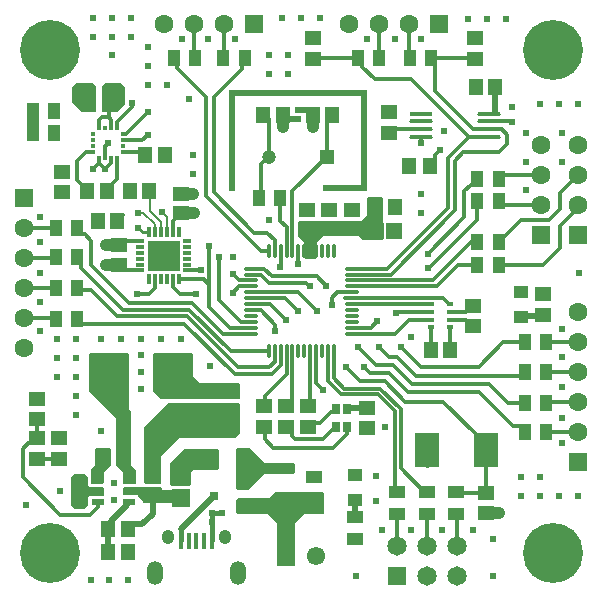
<source format=gtl>
G04*
G04 #@! TF.GenerationSoftware,Altium Limited,Altium Designer,21.7.1 (17)*
G04*
G04 Layer_Physical_Order=1*
G04 Layer_Color=255*
%FSLAX42Y42*%
%MOMM*%
G71*
G04*
G04 #@! TF.SameCoordinates,023FFD1A-8B7E-49EE-8FAD-F7FEFAD85E63*
G04*
G04*
G04 #@! TF.FilePolarity,Positive*
G04*
G01*
G75*
%ADD10C,0.20*%
%ADD13C,0.50*%
%ADD14C,0.30*%
%ADD15C,0.40*%
%ADD16R,0.40X1.35*%
%ADD17R,1.35X1.00*%
%ADD18R,1.96X0.42*%
G04:AMPARAMS|DCode=19|XSize=1.96mm|YSize=0.42mm|CornerRadius=0.21mm|HoleSize=0mm|Usage=FLASHONLY|Rotation=0.000|XOffset=0mm|YOffset=0mm|HoleType=Round|Shape=RoundedRectangle|*
%AMROUNDEDRECTD19*
21,1,1.96,0.00,0,0,0.0*
21,1,1.53,0.42,0,0,0.0*
1,1,0.42,0.77,0.00*
1,1,0.42,-0.77,0.00*
1,1,0.42,-0.77,0.00*
1,1,0.42,0.77,0.00*
%
%ADD19ROUNDEDRECTD19*%
%ADD20R,1.00X1.35*%
%ADD21R,1.40X1.25*%
%ADD22R,0.80X0.80*%
%ADD23R,0.80X0.35*%
%ADD24R,0.35X0.85*%
%ADD25R,2.70X2.60*%
%ADD26R,1.25X1.40*%
%ADD27R,0.30X0.45*%
%ADD28R,0.45X0.30*%
%ADD29R,1.35X1.15*%
%ADD30R,0.50X0.35*%
%ADD31R,3.20X3.10*%
%ADD32R,0.91X1.22*%
%ADD33R,1.20X1.10*%
%ADD34R,0.65X0.85*%
%ADD35R,2.00X3.00*%
%ADD36R,1.22X0.91*%
%ADD37O,0.30X1.20*%
%ADD38O,1.20X0.30*%
%ADD39R,1.00X0.60*%
%ADD40R,1.56X1.55*%
%ADD41R,1.15X1.35*%
%ADD42R,1.00X1.80*%
%ADD43R,1.35X1.46*%
%ADD78C,1.00*%
%ADD79C,1.10*%
%ADD80C,0.25*%
%ADD81C,5.08*%
%ADD82O,1.35X2.00*%
%ADD83O,1.05X1.25*%
%ADD84C,1.60*%
%ADD85R,1.60X1.60*%
%ADD86R,1.20X1.20*%
%ADD87C,1.20*%
%ADD88R,1.60X1.60*%
%ADD89C,1.55*%
%ADD90R,1.55X1.55*%
%ADD91R,1.65X1.65*%
%ADD92C,1.65*%
%ADD93C,0.61*%
%ADD94C,0.40*%
%ADD95C,0.80*%
%ADD96C,0.50*%
G36*
X3510Y6810D02*
Y6670D01*
X3440Y6600D01*
X3310D01*
Y6820D01*
X3340Y6850D01*
X3470D01*
X3510Y6810D01*
D02*
G37*
G36*
X3260Y6820D02*
Y6600D01*
X3140D01*
X3060Y6680D01*
Y6810D01*
X3100Y6850D01*
X3230D01*
X3260Y6820D01*
D02*
G37*
G36*
X5690Y5870D02*
Y5520D01*
X5520D01*
X5490Y5550D01*
X5180D01*
X5130Y5500D01*
Y5370D01*
X5120Y5360D01*
X5030Y5360D01*
X5020Y5370D01*
Y5500D01*
X4970Y5550D01*
Y5670D01*
X4980Y5680D01*
X5510D01*
X5517Y5687D01*
X5520D01*
Y5690D01*
X5560Y5730D01*
Y5870D01*
X5570Y5880D01*
X5680D01*
X5690Y5870D01*
D02*
G37*
G36*
X4080Y4550D02*
Y4370D01*
X4140Y4310D01*
X4470D01*
X4480Y4300D01*
Y4180D01*
X4470Y4170D01*
X3810D01*
X3740Y4240D01*
Y4550D01*
X3750Y4560D01*
X4070D01*
X4080Y4550D01*
D02*
G37*
G36*
X3390Y3750D02*
Y3610D01*
X3390D01*
X3330Y3550D01*
Y3465D01*
X3320Y3455D01*
X3225D01*
X3220Y3460D01*
Y3580D01*
X3250Y3610D01*
Y3750D01*
X3260Y3760D01*
X3380D01*
X3390Y3750D01*
D02*
G37*
G36*
X4480Y4130D02*
Y3880D01*
X4440Y3840D01*
X3960D01*
X3810Y3690D01*
Y3460D01*
X3800Y3450D01*
X3682D01*
X3671Y3460D01*
X3671Y3931D01*
X3880Y4140D01*
X4470D01*
X4480Y4130D01*
D02*
G37*
G36*
X3540Y4550D02*
X3540Y4090D01*
X3560Y4070D01*
X3560Y3610D01*
X3600Y3570D01*
Y3460D01*
X3590Y3450D01*
X3500D01*
X3490Y3460D01*
Y3550D01*
X3430Y3610D01*
Y4010D01*
X3200Y4240D01*
Y4550D01*
X3210Y4560D01*
X3530D01*
X3540Y4550D01*
D02*
G37*
G36*
X4300Y3740D02*
Y3580D01*
X4290Y3570D01*
X4090D01*
X4070Y3550D01*
X4070Y3450D01*
X4056Y3436D01*
X3904D01*
X3890Y3450D01*
Y3630D01*
X4010Y3750D01*
X4290D01*
X4300Y3740D01*
D02*
G37*
G36*
X4690Y3630D02*
X4940D01*
X4950Y3620D01*
Y3550D01*
X4940Y3540D01*
X4690D01*
X4550Y3400D01*
X4460D01*
X4450Y3410D01*
X4450Y3750D01*
X4460Y3760D01*
X4560D01*
X4690Y3630D01*
D02*
G37*
G36*
X3817Y3412D02*
Y3303D01*
X3808Y3292D01*
X3672D01*
X3662Y3302D01*
Y3308D01*
X3620Y3350D01*
Y3350D01*
X3620D01*
X3615Y3355D01*
X3500D01*
X3490Y3365D01*
X3490Y3415D01*
X3497Y3422D01*
X3808D01*
X3817Y3412D01*
D02*
G37*
G36*
X3160Y3540D02*
X3190Y3510D01*
Y3440D01*
X3200Y3430D01*
Y3430D01*
X3320D01*
X3330Y3420D01*
Y3360D01*
X3320Y3350D01*
X3200D01*
Y3350D01*
X3190Y3340D01*
Y3270D01*
X3160Y3240D01*
X3080D01*
X3050Y3270D01*
Y3510D01*
X3080Y3540D01*
X3160Y3540D01*
D02*
G37*
G36*
X5190Y3370D02*
Y3210D01*
X5180Y3200D01*
X5030D01*
X4950Y3120D01*
X4950Y2760D01*
X4790D01*
Y3120D01*
X4710Y3200D01*
X4460Y3200D01*
X4450Y3210D01*
Y3320D01*
X4460Y3330D01*
X4730D01*
X4780Y3380D01*
X5180Y3380D01*
X5190Y3370D01*
D02*
G37*
D10*
X3620Y5750D02*
X3621Y5749D01*
X3660D01*
X3760Y5650D01*
Y5583D02*
Y5650D01*
X3860Y5583D02*
Y5713D01*
X3822Y5752D02*
X3860Y5713D01*
X3776Y5704D02*
X3810Y5670D01*
X3715Y5765D02*
X3776Y5704D01*
X3715Y5765D02*
Y5922D01*
X3810Y5583D02*
Y5670D01*
D13*
X6640Y6810D02*
X6640Y6810D01*
X6640Y6591D02*
Y6810D01*
X4900Y6540D02*
X4970D01*
X5060Y6620D02*
X5097Y6582D01*
X4970Y6620D02*
X5060D01*
X5097Y6580D02*
Y6582D01*
X5210Y5960D02*
X5370D01*
X5530D01*
Y6120D01*
Y6280D01*
Y6440D01*
Y6600D01*
Y6760D01*
X5370D02*
X5530D01*
X5210D02*
X5370D01*
X5050D02*
X5210D01*
X4890D02*
X5050D01*
X4730D02*
X4890D01*
X4570D02*
X4730D01*
X4410D02*
X4570D01*
X4410Y6600D02*
Y6760D01*
Y6440D02*
Y6600D01*
Y6280D02*
Y6440D01*
Y6120D02*
Y6280D01*
Y5960D02*
Y6120D01*
X7041Y4874D02*
X7050Y4883D01*
X6860Y4865D02*
X6869Y4874D01*
X7041D01*
X3740Y3347D02*
Y3358D01*
X3392Y3102D02*
Y3142D01*
X3520Y3270D02*
Y3290D01*
X3360Y3070D02*
X3392Y3102D01*
Y3142D02*
X3520Y3270D01*
Y3290D02*
X3525Y3295D01*
X3545D01*
X4245Y3335D02*
X4260Y3350D01*
X4040Y3130D02*
X4245Y3335D01*
Y3335D01*
X4260Y3350D02*
X4260D01*
X5383Y4092D02*
X5560D01*
X3740Y3200D02*
Y3347D01*
X3653Y3112D02*
X3740Y3200D01*
X3567Y3112D02*
X3653D01*
X3535Y3080D02*
X3567Y3112D01*
X3535Y3070D02*
Y3080D01*
X3360Y2880D02*
Y3070D01*
X3980Y3070D02*
X4040Y3130D01*
X5458Y3170D02*
Y3320D01*
D14*
Y3530D02*
X5460D01*
X4172Y5188D02*
X4220Y5140D01*
Y5470D01*
Y4950D02*
Y5140D01*
X3960Y5188D02*
X4172D01*
X2970Y6092D02*
Y6092D01*
X3465Y5472D02*
X3503Y5510D01*
X3970Y5060D02*
X4110D01*
X3910Y5120D02*
X3970Y5060D01*
X3440Y6520D02*
X3564Y6644D01*
X3440Y6468D02*
Y6520D01*
X3564Y6644D02*
Y6674D01*
X3570Y6680D01*
X3516Y6415D02*
X3700Y6599D01*
X3492Y6415D02*
X3516D01*
X3655Y6365D02*
X3700Y6410D01*
X3492Y6365D02*
X3655D01*
X6670Y5515D02*
X6705Y5550D01*
X6722D02*
X6862Y5690D01*
X7100D01*
X6705Y5550D02*
X6722D01*
X6670Y5497D02*
Y5515D01*
X6704Y5814D02*
X7030D01*
X6670Y5847D02*
X6704Y5814D01*
X6670Y6038D02*
X6700Y6068D01*
X7030D01*
X6086Y5286D02*
X6490Y5690D01*
Y5847D01*
X6380Y5930D02*
X6435Y5985D01*
X6380Y5710D02*
Y5930D01*
X6468Y5985D02*
X6485Y6003D01*
X6435Y5985D02*
X6468D01*
X6070Y5400D02*
X6380Y5710D01*
X6560Y3372D02*
Y3740D01*
X6475Y3825D02*
Y3875D01*
X5880Y4150D02*
X6200D01*
X6475Y3875D01*
Y3825D02*
X6560Y3740D01*
X5705Y4325D02*
X5880Y4150D01*
X5380Y4440D02*
X5495Y4325D01*
X5705D01*
X5425Y5025D02*
X5780D01*
Y5025D02*
X6200D01*
X5372Y5025D02*
X5425D01*
X6200Y5025D02*
X6250Y4975D01*
X4035Y5260D02*
X4149D01*
X4220Y4950D02*
X4395Y4775D01*
X6097Y4583D02*
X6100Y4585D01*
Y4778D01*
X7050Y5058D02*
X7053Y5060D01*
X4975Y5315D02*
Y5425D01*
X6010Y6340D02*
Y6390D01*
X6100Y7060D02*
X6130Y7030D01*
Y6780D02*
X6450Y6460D01*
X6130Y6780D02*
Y7030D01*
X5515Y6985D02*
X5620Y6880D01*
X5930D02*
X6418Y6392D01*
X5620Y6880D02*
X5930D01*
X4260Y5920D02*
Y6730D01*
X4600Y5580D02*
X4710D01*
X4260Y5920D02*
X4600Y5580D01*
X4260Y6730D02*
X4495Y6965D01*
Y7055D01*
X4500Y7060D01*
X3945Y6975D02*
X4190Y6730D01*
Y5890D02*
X4655Y5425D01*
X4190Y5890D02*
Y6730D01*
X4710Y5580D02*
X4775Y5515D01*
Y5425D02*
Y5515D01*
X4655Y5425D02*
X4725D01*
X3900Y7060D02*
X3945Y7015D01*
Y6975D02*
Y7015D01*
X4090Y7070D02*
Y7350D01*
X4344Y7064D02*
Y7350D01*
X4925Y5425D02*
Y5931D01*
X5214Y6220D01*
X4726D02*
Y6542D01*
X4688Y6580D02*
X4726Y6542D01*
X5280Y4060D02*
X5297Y4078D01*
Y4092D01*
X5250Y4060D02*
X5280D01*
X5155Y3965D02*
X5250Y4060D01*
X4760Y3760D02*
X5264D01*
X5383Y3878D02*
Y3947D01*
X5264Y3760D02*
X5383Y3878D01*
X2760Y3662D02*
X2950D01*
X2950Y3662D01*
X2640Y3510D02*
Y3750D01*
X2960Y3190D02*
X3210D01*
X2640Y3510D02*
X2960Y3190D01*
X3210D02*
X3275Y3255D01*
X2685Y3795D02*
X2717D01*
X2760Y3838D01*
X2640Y3750D02*
X2685Y3795D01*
X3275Y3255D02*
Y3295D01*
X2760Y3838D02*
Y4000D01*
X4300Y5010D02*
Y5370D01*
X4485Y4825D02*
X4575D01*
X4300Y5010D02*
X4485Y4825D01*
X4660Y6162D02*
X4692Y6195D01*
Y6214D01*
X4686Y6220D02*
X4692Y6214D01*
X4640Y5870D02*
X4660Y5890D01*
Y6162D01*
X5214Y6220D02*
Y6571D01*
X5222Y6580D01*
X4638D02*
X4685Y6532D01*
X3315Y6555D02*
X3370D01*
X3290Y6468D02*
Y6530D01*
X3315Y6555D01*
X3390Y6468D02*
Y6535D01*
X3370Y6555D02*
Y6670D01*
Y6555D02*
X3390Y6535D01*
X3100Y6025D02*
Y6190D01*
X3175Y6265D02*
X3238D01*
X3100Y6190D02*
X3175Y6265D01*
X3100Y6025D02*
X3188Y5938D01*
Y5930D02*
Y5938D01*
X3353Y5950D02*
X3365D01*
X3400Y5985D01*
Y5990D02*
X3440Y6030D01*
Y6213D01*
X3400Y5985D02*
Y5990D01*
X3165Y5567D02*
X3220Y5512D01*
Y5303D02*
X3540Y4983D01*
X3220Y5303D02*
Y5512D01*
X3508Y5260D02*
X3635D01*
X3460Y5308D02*
X3508Y5260D01*
X5125Y4305D02*
X5180Y4250D01*
X5125Y4305D02*
Y4575D01*
X5062Y5130D02*
X5070D01*
X4655Y5225D02*
X4730Y5150D01*
X5042D02*
X5062Y5130D01*
X4730Y5150D02*
X5042D01*
X4750Y5210D02*
X5130D01*
X4685Y5275D02*
X4750Y5210D01*
X4575Y5275D02*
X4685D01*
X4825Y5295D02*
Y5425D01*
X4820Y5290D02*
X4825Y5295D01*
X4575Y5225D02*
X4655D01*
X5130Y5210D02*
X5210Y5130D01*
X4575Y5075D02*
X4975D01*
X5130Y4920D01*
X5260Y5030D02*
X5305Y5075D01*
X5260Y4970D02*
Y5030D01*
X5305Y5075D02*
X5425D01*
X3910Y5120D02*
Y5188D01*
X3610Y5060D02*
X3710D01*
X3760Y5110D01*
Y5188D01*
X3240Y6120D02*
X3290Y6170D01*
X3240Y6120D02*
Y6120D01*
X3290Y6170D02*
X3340Y6120D01*
X3390Y6170D02*
Y6213D01*
X3340Y6120D02*
X3390Y6170D01*
X3290Y6170D02*
Y6213D01*
X3655Y6265D02*
X3680Y6240D01*
X3340Y6213D02*
Y6312D01*
X3360Y6332D02*
Y6340D01*
X3340Y6312D02*
X3360Y6332D01*
X3492Y6265D02*
X3655D01*
X3440Y5680D02*
X3442D01*
X3488Y5725D01*
X3910Y5675D02*
X3978Y5742D01*
X3985D01*
X3910Y5583D02*
Y5675D01*
X6710Y4650D02*
X6890D01*
X6010Y4440D02*
X6500D01*
X6710Y4650D01*
X5940Y4300D02*
X6590D01*
X6750Y4140D01*
X6890D01*
X6788Y3942D02*
X6855D01*
X6500Y4230D02*
X6788Y3942D01*
X5900Y4230D02*
X6500D01*
X6855Y3942D02*
X6890Y3908D01*
Y3890D02*
Y3908D01*
X5740Y4530D02*
X5810D01*
X5660Y4610D02*
X5740Y4530D01*
X5630Y4460D02*
X5780D01*
X5940Y4300D01*
X5810Y4530D02*
X5970Y4370D01*
X6860D01*
X5840Y4610D02*
X6010Y4440D01*
X5740Y4390D02*
X5900Y4230D01*
X6860Y4370D02*
X6890Y4400D01*
X5816Y4908D02*
X6100D01*
X5808Y4900D02*
X5816Y4908D01*
X5800Y4900D02*
X5808D01*
X5912Y4842D02*
X6100D01*
X5795Y4725D02*
X5912Y4842D01*
X5425Y4725D02*
X5795D01*
X6779Y6521D02*
X6780Y6520D01*
X6589Y6521D02*
X6779D01*
X6588Y6522D02*
X6589Y6521D01*
X4575Y4925D02*
X4655D01*
X4779Y4751D02*
Y4801D01*
X4655Y4925D02*
X4779Y4801D01*
X4735Y4975D02*
X4870Y4840D01*
X4575Y4975D02*
X4735D01*
X4865Y5025D02*
X4970Y4920D01*
X4575Y5025D02*
X4865D01*
X2911Y4859D02*
X2920Y4850D01*
X2650Y4859D02*
X2911D01*
X2650Y5113D02*
X2917D01*
X2920Y5110D01*
X2917Y5367D02*
X2920Y5370D01*
X2650Y5367D02*
X2917D01*
X2919Y5621D02*
X2920Y5620D01*
X2650Y5621D02*
X2919D01*
X3503Y5510D02*
X3635D01*
X4475Y5175D02*
X4575D01*
X4420Y5230D02*
X4475Y5175D01*
X4475Y5125D02*
X4575D01*
X4420Y5070D02*
X4475Y5125D01*
X4779Y4751D02*
X4780Y4750D01*
X5480Y4610D02*
X5630Y4460D01*
X5530Y4440D02*
X5580Y4390D01*
X5740D01*
X5425Y4775D02*
X5586D01*
X5640Y4829D01*
X5360Y4260D02*
X5670D01*
X5840Y4090D01*
X5275Y4345D02*
X5360Y4260D01*
X5340Y4210D02*
X5650D01*
X5790Y4070D01*
X5225Y4325D02*
X5340Y4210D01*
X6060Y2927D02*
Y3200D01*
X5806Y2927D02*
Y3196D01*
X5810Y3200D01*
X6314Y2927D02*
Y3196D01*
X6310Y3200D02*
X6314Y3196D01*
X6317Y3372D02*
X6560D01*
X6310Y3380D02*
X6317Y3372D01*
X6560D02*
X6560Y3372D01*
X5840Y3583D02*
Y4090D01*
X5790Y3400D02*
Y4070D01*
X5060Y3933D02*
X5092Y3965D01*
X5155D01*
X5297Y3928D02*
Y3947D01*
X5280Y3910D02*
X5297Y3928D01*
X5180Y3830D02*
X5260Y3910D01*
X4950Y3830D02*
X5180D01*
X5260Y3910D02*
X5280D01*
X5840Y3583D02*
X6042Y3380D01*
X5225Y4325D02*
Y4575D01*
X5275Y4345D02*
Y4575D01*
X4690Y3830D02*
X4760Y3760D01*
X4875Y4385D02*
Y4575D01*
X4690Y4200D02*
X4875Y4385D01*
X4690Y4117D02*
Y4200D01*
X5075Y4123D02*
Y4530D01*
X5060Y4108D02*
X5075Y4123D01*
X6260Y4585D02*
X6262Y4583D01*
X6260Y4585D02*
Y4778D01*
X6098Y4975D02*
X6100Y4972D01*
X6443Y4958D02*
X6450D01*
X6392Y4908D02*
X6443Y4958D01*
X6392Y4842D02*
X6443Y4792D01*
X6260Y4842D02*
X6392D01*
X6260Y4908D02*
X6392D01*
X6443Y4792D02*
X6450D01*
X6258Y4975D02*
X6260Y4972D01*
X6250Y4975D02*
X6258D01*
X5430Y4975D02*
X6098D01*
X4435Y4385D02*
X4753D01*
X4825Y4458D01*
Y4575D01*
X4010Y4810D02*
X4435Y4385D01*
X6076Y5286D02*
X6086D01*
X6070Y5280D02*
X6076Y5286D01*
X7100Y5690D02*
X7190Y5780D01*
Y5918D02*
X7340Y6068D01*
X7190Y5780D02*
Y5918D01*
Y5640D02*
X7340Y5790D01*
X7190Y5450D02*
Y5640D01*
X7340Y5790D02*
Y5814D01*
X6670Y5307D02*
X7047D01*
X7190Y5450D01*
X6370Y6260D02*
X6670D01*
X6300Y5770D02*
Y6190D01*
X6370Y6260D01*
X6670D02*
X6740Y6330D01*
Y6410D01*
X5755Y5225D02*
X6300Y5770D01*
X5725Y5275D02*
X6240Y5790D01*
Y6215D02*
X6418Y6392D01*
X6240Y5790D02*
Y6215D01*
X6130Y6183D02*
Y6240D01*
X6170Y6280D01*
X6088Y6140D02*
X6130Y6183D01*
X7071Y4651D02*
X7340D01*
X7073Y4397D02*
X7340D01*
X7073Y4143D02*
X7340D01*
X7071Y3889D02*
X7340D01*
X7070Y3890D02*
X7071Y3889D01*
X7070Y4140D02*
X7073Y4143D01*
X7070Y4400D02*
X7073Y4397D01*
X7070Y4650D02*
X7071Y4651D01*
X5772Y6457D02*
X6012D01*
X5740Y6425D02*
X5772Y6457D01*
X6590Y6455D02*
X6695D01*
X6740Y6410D01*
X5660Y7060D02*
X5660Y7060D01*
Y7350D01*
X5914Y7066D02*
X5920Y7060D01*
X5914Y7066D02*
Y7350D01*
X6100Y7060D02*
X6462D01*
X6470Y7053D01*
X5100D02*
X5108Y7060D01*
X5480D01*
X5515Y7025D01*
Y6985D02*
Y7025D01*
X6450Y6460D02*
X6585D01*
X6590Y6455D01*
X6418Y6392D02*
X6588D01*
X6115Y5175D02*
X6437Y5497D01*
X6490D01*
X5425Y5175D02*
X6115D01*
X5425Y5275D02*
X5725D01*
X6327Y5307D02*
X6490D01*
X6145Y5125D02*
X6327Y5307D01*
X5425Y5125D02*
X6145D01*
X5425Y5225D02*
X5755D01*
X4922Y3858D02*
X4950Y3830D01*
X4880Y3933D02*
X4922Y3890D01*
Y3858D02*
Y3890D01*
X4870Y3933D02*
X4880D01*
X4690Y3830D02*
Y3933D01*
X5075Y4530D02*
Y4575D01*
Y4530D02*
X5075Y4530D01*
X4680Y4108D02*
X4690Y4117D01*
X4870Y4108D02*
X4875Y4113D01*
X4925Y4083D02*
Y4575D01*
X3135Y5567D02*
X3165D01*
X3100Y5603D02*
X3135Y5567D01*
X4395Y4775D02*
X4575D01*
X3540Y4983D02*
X4078D01*
X4335Y4725D01*
X3100Y5110D02*
X3117Y5092D01*
X3217D02*
X3440Y4870D01*
X3117Y5092D02*
X3217D01*
X3440Y4870D02*
X4030D01*
X3133Y5282D02*
X3488Y4928D01*
X3133Y5282D02*
Y5337D01*
X3488Y4928D02*
X4053D01*
X3100Y5370D02*
X3133Y5337D01*
X4335Y4725D02*
X4575D01*
X4053Y4928D02*
X4405Y4575D01*
X4725D01*
X4030Y4870D02*
X4460Y4440D01*
X4730D01*
X3100Y4845D02*
Y4850D01*
Y4845D02*
X3135Y4810D01*
X4010D01*
X4775Y4485D02*
Y4575D01*
X4730Y4440D02*
X4775Y4485D01*
X4070Y7070D02*
X4080Y7060D01*
X4320Y7060D02*
X4324Y7064D01*
X4820Y5680D02*
Y5870D01*
Y5680D02*
X4875Y5625D01*
Y5425D02*
Y5625D01*
X5790Y3400D02*
X5810Y3380D01*
X6042D02*
X6060D01*
D15*
X4244Y3206D02*
X4248Y3210D01*
X4240Y3130D02*
Y3210D01*
Y2977D02*
Y3130D01*
X4248Y3210D02*
X4330D01*
X3980Y2977D02*
Y3070D01*
D16*
X4240Y2967D02*
D03*
X4175D02*
D03*
X4110D02*
D03*
X4045D02*
D03*
X3980D02*
D03*
D17*
X6060Y3200D02*
D03*
Y3380D02*
D03*
X5458Y2990D02*
D03*
Y3170D02*
D03*
X5110Y3510D02*
D03*
Y3330D02*
D03*
X5810Y3380D02*
D03*
Y3200D02*
D03*
X6310Y3380D02*
D03*
Y3200D02*
D03*
D18*
X6012Y6587D02*
D03*
D19*
Y6522D02*
D03*
Y6457D02*
D03*
Y6392D02*
D03*
X6588D02*
D03*
Y6457D02*
D03*
Y6522D02*
D03*
Y6587D02*
D03*
D20*
X4340Y7060D02*
D03*
X4520D02*
D03*
X4100Y7060D02*
D03*
X3920D02*
D03*
X2730Y6420D02*
D03*
X2910D02*
D03*
X2730Y6610D02*
D03*
X2910D02*
D03*
X3100Y5620D02*
D03*
Y5370D02*
D03*
X3100Y5110D02*
D03*
X3100Y4850D02*
D03*
X6890Y4650D02*
D03*
X7070D02*
D03*
X6890Y3890D02*
D03*
X7070D02*
D03*
X6890Y4140D02*
D03*
X7070D02*
D03*
X6890Y4400D02*
D03*
X7070D02*
D03*
X6490Y5847D02*
D03*
X6670D02*
D03*
X6490Y6038D02*
D03*
X6670D02*
D03*
X6490Y5307D02*
D03*
X6670D02*
D03*
X2920Y4850D02*
D03*
X2920Y5110D02*
D03*
X4820Y5870D02*
D03*
X4640D02*
D03*
X6490Y5497D02*
D03*
X6670D02*
D03*
X6100Y7060D02*
D03*
X5920D02*
D03*
X5480D02*
D03*
X5660D02*
D03*
X2920Y5620D02*
D03*
Y5370D02*
D03*
D21*
X3740Y3358D02*
D03*
Y3522D02*
D03*
X2970Y6092D02*
D03*
Y5928D02*
D03*
X6450Y4958D02*
D03*
Y4792D02*
D03*
X3985Y5907D02*
D03*
Y5742D02*
D03*
X3460Y5308D02*
D03*
Y5472D02*
D03*
X4400Y4238D02*
D03*
Y4072D02*
D03*
X4210Y4238D02*
D03*
Y4072D02*
D03*
X5560Y4092D02*
D03*
Y3928D02*
D03*
X5045Y5775D02*
D03*
Y5610D02*
D03*
X5235Y5775D02*
D03*
Y5610D02*
D03*
X5425Y5775D02*
D03*
Y5610D02*
D03*
X6560Y3208D02*
D03*
Y3372D02*
D03*
D22*
X4500Y3255D02*
D03*
Y3445D02*
D03*
X4260Y3350D02*
D03*
D23*
X4035Y5260D02*
D03*
Y5310D02*
D03*
Y5360D02*
D03*
Y5410D02*
D03*
Y5460D02*
D03*
Y5510D02*
D03*
X3635Y5260D02*
D03*
Y5310D02*
D03*
Y5360D02*
D03*
Y5410D02*
D03*
Y5460D02*
D03*
Y5510D02*
D03*
D24*
X3960Y5583D02*
D03*
X3910D02*
D03*
X3860D02*
D03*
X3810D02*
D03*
X3760D02*
D03*
X3710D02*
D03*
X3960Y5188D02*
D03*
X3910D02*
D03*
X3860D02*
D03*
X3810D02*
D03*
X3760D02*
D03*
X3710D02*
D03*
D25*
X3835Y5385D02*
D03*
D26*
X3680Y6240D02*
D03*
X3845D02*
D03*
X3370Y6670D02*
D03*
X3205D02*
D03*
X3188Y5930D02*
D03*
X3353D02*
D03*
X6262Y4583D02*
D03*
X6097D02*
D03*
X3278Y5680D02*
D03*
X3442D02*
D03*
X3547Y5930D02*
D03*
X3712D02*
D03*
X3492Y3680D02*
D03*
X3328D02*
D03*
X5792Y5800D02*
D03*
X5628D02*
D03*
X6475Y6810D02*
D03*
X6640D02*
D03*
X4842Y6580D02*
D03*
X4678D02*
D03*
X5097D02*
D03*
X5262D02*
D03*
D27*
X3440Y6468D02*
D03*
X3390D02*
D03*
X3340D02*
D03*
X3290D02*
D03*
Y6213D02*
D03*
X3340D02*
D03*
X3390D02*
D03*
X3440D02*
D03*
D28*
X3238Y6415D02*
D03*
Y6365D02*
D03*
Y6315D02*
D03*
Y6265D02*
D03*
X3492D02*
D03*
Y6315D02*
D03*
Y6365D02*
D03*
Y6415D02*
D03*
D29*
X2950Y3662D02*
D03*
Y3838D02*
D03*
X2760Y4000D02*
D03*
Y4175D02*
D03*
Y3662D02*
D03*
Y3838D02*
D03*
X6470Y7053D02*
D03*
Y7228D02*
D03*
X5100Y7053D02*
D03*
Y7228D02*
D03*
X5060Y3933D02*
D03*
Y4108D02*
D03*
X4870Y3933D02*
D03*
Y4108D02*
D03*
X4680Y3933D02*
D03*
Y4108D02*
D03*
X7050Y5058D02*
D03*
Y4883D02*
D03*
X5740Y6425D02*
D03*
Y6600D02*
D03*
D30*
X6100Y4778D02*
D03*
Y4842D02*
D03*
Y4908D02*
D03*
Y4972D02*
D03*
X6260D02*
D03*
Y4908D02*
D03*
Y4842D02*
D03*
Y4778D02*
D03*
D31*
X3910Y4400D02*
D03*
X3370D02*
D03*
D32*
X3814Y3900D02*
D03*
X3486D02*
D03*
D33*
X5458Y3530D02*
D03*
Y3320D02*
D03*
X6860Y5075D02*
D03*
Y4865D02*
D03*
D34*
X5297Y4083D02*
D03*
X5383D02*
D03*
X5297Y3938D02*
D03*
X5383D02*
D03*
D35*
X6060Y3740D02*
D03*
X6560D02*
D03*
D36*
X4880Y3256D02*
D03*
Y3584D02*
D03*
D37*
X5275Y5425D02*
D03*
X5225D02*
D03*
X5175D02*
D03*
X5125D02*
D03*
X5075D02*
D03*
X5025D02*
D03*
X4975D02*
D03*
X4925D02*
D03*
X4875D02*
D03*
X4825D02*
D03*
X4775D02*
D03*
X4725D02*
D03*
Y4575D02*
D03*
X4775D02*
D03*
X4825D02*
D03*
X4875D02*
D03*
X4925D02*
D03*
X4975D02*
D03*
X5025D02*
D03*
X5075D02*
D03*
X5125D02*
D03*
X5175D02*
D03*
X5225D02*
D03*
X5275D02*
D03*
D38*
X4575Y5275D02*
D03*
Y5225D02*
D03*
Y5175D02*
D03*
Y5125D02*
D03*
Y5075D02*
D03*
Y5025D02*
D03*
Y4975D02*
D03*
Y4925D02*
D03*
Y4875D02*
D03*
Y4825D02*
D03*
Y4775D02*
D03*
Y4725D02*
D03*
X5425D02*
D03*
Y4775D02*
D03*
Y4825D02*
D03*
Y4875D02*
D03*
Y4925D02*
D03*
Y4975D02*
D03*
Y5025D02*
D03*
Y5075D02*
D03*
Y5125D02*
D03*
Y5175D02*
D03*
Y5225D02*
D03*
Y5275D02*
D03*
D39*
X3275Y3485D02*
D03*
Y3390D02*
D03*
Y3295D02*
D03*
X3545D02*
D03*
Y3390D02*
D03*
Y3485D02*
D03*
D40*
X3980Y3332D02*
D03*
Y3508D02*
D03*
D41*
X3360Y3070D02*
D03*
X3535D02*
D03*
Y2880D02*
D03*
X3360D02*
D03*
X6088Y6140D02*
D03*
X5912D02*
D03*
D42*
X4240Y3660D02*
D03*
X4520D02*
D03*
D43*
X5630Y5590D02*
D03*
X5785D02*
D03*
D78*
X2730Y6420D02*
Y6610D01*
X3342Y5472D02*
X3460D01*
X6060Y3780D02*
X6110Y3830D01*
X6672Y3208D02*
X6672Y3208D01*
X6560Y3208D02*
X6672D01*
X6060Y3740D02*
Y3780D01*
X6450Y4792D02*
X6453Y4790D01*
X4842Y6472D02*
Y6580D01*
X5097Y6472D02*
Y6580D01*
X3965Y3347D02*
X3980Y3332D01*
X3985Y5742D02*
X4088D01*
X3985Y5907D02*
X4083D01*
X3342Y5308D02*
X3460D01*
D79*
X6060Y3695D02*
X6060Y3695D01*
Y3650D02*
Y3695D01*
X6060Y3695D02*
Y3740D01*
X3740Y3347D02*
X3965D01*
D80*
X3658Y5583D02*
X3710D01*
X3620Y5620D02*
X3658Y5583D01*
D81*
X2870Y7130D02*
D03*
X7130D02*
D03*
Y2870D02*
D03*
X2870D02*
D03*
D82*
X4461Y2700D02*
D03*
X3759D02*
D03*
D83*
X4353Y3000D02*
D03*
X3867D02*
D03*
D84*
X4344Y7350D02*
D03*
X4090D02*
D03*
X3836D02*
D03*
X2650Y5113D02*
D03*
Y5621D02*
D03*
Y5367D02*
D03*
Y4859D02*
D03*
Y4605D02*
D03*
X7030Y6322D02*
D03*
Y6068D02*
D03*
Y5814D02*
D03*
X7340Y6322D02*
D03*
Y6068D02*
D03*
Y5814D02*
D03*
X5406Y7350D02*
D03*
X5660D02*
D03*
X5914D02*
D03*
X7340Y4397D02*
D03*
Y3889D02*
D03*
Y4143D02*
D03*
Y4651D02*
D03*
Y4905D02*
D03*
D85*
X4598Y7350D02*
D03*
X6168D02*
D03*
D86*
X5214Y6220D02*
D03*
D87*
X4726D02*
D03*
D88*
X2650Y5875D02*
D03*
X7030Y5560D02*
D03*
X7340D02*
D03*
Y3635D02*
D03*
D89*
X5127Y2840D02*
D03*
D90*
X4873D02*
D03*
D91*
X5806Y2673D02*
D03*
D92*
Y2927D02*
D03*
X6060Y2673D02*
D03*
X6314D02*
D03*
X6060Y2927D02*
D03*
X6314D02*
D03*
D93*
X5710Y3930D02*
D03*
X5460Y3530D02*
D03*
X3547Y5930D02*
D03*
X5912Y6140D02*
D03*
X7210Y6420D02*
D03*
X6900D02*
D03*
X7210Y6180D02*
D03*
X6900Y5940D02*
D03*
Y6180D02*
D03*
X7210Y4760D02*
D03*
Y4530D02*
D03*
Y4270D02*
D03*
Y4010D02*
D03*
Y3800D02*
D03*
X6450Y3060D02*
D03*
X6190D02*
D03*
X5930D02*
D03*
X5680D02*
D03*
X2790Y4750D02*
D03*
Y4990D02*
D03*
Y5240D02*
D03*
Y5500D02*
D03*
Y5710D02*
D03*
X3990Y7220D02*
D03*
X4440D02*
D03*
X4210D02*
D03*
X5790D02*
D03*
X6010D02*
D03*
X5560D02*
D03*
X6640Y6810D02*
D03*
X6475D02*
D03*
X5740Y6600D02*
D03*
X6470Y7228D02*
D03*
X5100D02*
D03*
X3680Y6240D02*
D03*
X3845D02*
D03*
X2730Y6610D02*
D03*
Y6420D02*
D03*
X2910Y6610D02*
D03*
Y6420D02*
D03*
X2970Y6092D02*
D03*
Y5928D02*
D03*
X3342Y5472D02*
D03*
X2760Y4175D02*
D03*
X2950Y3838D02*
D03*
X3535Y2880D02*
D03*
X5458Y2990D02*
D03*
X6453Y4790D02*
D03*
X6450Y4958D02*
D03*
X6860Y5075D02*
D03*
X7053Y5060D02*
D03*
X6060Y3650D02*
D03*
X6060Y3740D02*
D03*
X6060Y3830D02*
D03*
X5110Y3510D02*
D03*
X6210Y6440D02*
D03*
X4890Y6920D02*
D03*
Y7080D02*
D03*
X4730Y6920D02*
D03*
Y7080D02*
D03*
X4840Y7400D02*
D03*
X7340Y3350D02*
D03*
X3535Y2640D02*
D03*
X3375D02*
D03*
X3215D02*
D03*
X4400Y4238D02*
D03*
X4210D02*
D03*
X6010Y5750D02*
D03*
Y5910D02*
D03*
X3570Y6680D02*
D03*
X3700Y6599D02*
D03*
Y6410D02*
D03*
X4220Y5470D02*
D03*
X6672Y3208D02*
D03*
X5380Y4440D02*
D03*
X7350Y5240D02*
D03*
X6860Y3350D02*
D03*
Y3510D02*
D03*
X7020D02*
D03*
X7340Y6670D02*
D03*
X7180D02*
D03*
X7020D02*
D03*
X5930Y4700D02*
D03*
X5630Y3520D02*
D03*
Y3310D02*
D03*
X6620Y2990D02*
D03*
X7020Y3350D02*
D03*
X7180D02*
D03*
X6620Y2670D02*
D03*
X5460D02*
D03*
X4149Y5260D02*
D03*
X5560Y4092D02*
D03*
Y3928D02*
D03*
X6097Y4583D02*
D03*
X6262D02*
D03*
X6780Y6640D02*
D03*
X4975Y5315D02*
D03*
X6010Y6340D02*
D03*
X6410Y7390D02*
D03*
X6570D02*
D03*
X6730D02*
D03*
X4842Y6472D02*
D03*
X4970Y6540D02*
D03*
Y6620D02*
D03*
X5097Y6472D02*
D03*
X4570Y6760D02*
D03*
X4410Y6280D02*
D03*
Y6440D02*
D03*
Y6760D02*
D03*
X5530Y6440D02*
D03*
Y5960D02*
D03*
Y6280D02*
D03*
Y6760D02*
D03*
Y6120D02*
D03*
X5370Y6760D02*
D03*
X5530Y6600D02*
D03*
X5370Y5960D02*
D03*
X5210D02*
D03*
X4410Y6120D02*
D03*
X5210Y6760D02*
D03*
X4410Y5960D02*
D03*
X5050Y6760D02*
D03*
X4890D02*
D03*
X3240Y7400D02*
D03*
X3400D02*
D03*
X3560D02*
D03*
X4410Y6600D02*
D03*
X5160Y7400D02*
D03*
X5000D02*
D03*
X3360Y6800D02*
D03*
X2670Y3270D02*
D03*
X2960Y3390D02*
D03*
X3300Y3900D02*
D03*
X3090Y4040D02*
D03*
Y4200D02*
D03*
Y4360D02*
D03*
X2930D02*
D03*
X3090Y4520D02*
D03*
X2930D02*
D03*
X3090Y4680D02*
D03*
X2930D02*
D03*
X4330Y3210D02*
D03*
X4240D02*
D03*
X4730Y5690D02*
D03*
X3400Y7080D02*
D03*
X4420Y5370D02*
D03*
X4730Y6760D02*
D03*
X4080Y6080D02*
D03*
Y6240D02*
D03*
X3120Y3390D02*
D03*
Y3300D02*
D03*
X3410Y3460D02*
D03*
Y3320D02*
D03*
X3120Y3480D02*
D03*
X3820Y3810D02*
D03*
Y3990D02*
D03*
X4110Y4070D02*
D03*
X4210Y3890D02*
D03*
X4400D02*
D03*
X3740Y3610D02*
D03*
X3900Y3900D02*
D03*
X4400Y3980D02*
D03*
X4210D02*
D03*
X3640Y4260D02*
D03*
Y4540D02*
D03*
Y4400D02*
D03*
X3790Y4520D02*
D03*
X3950Y4440D02*
D03*
X3790Y4360D02*
D03*
Y4280D02*
D03*
X4030Y4440D02*
D03*
X3870D02*
D03*
Y4280D02*
D03*
X3950D02*
D03*
X3870Y4520D02*
D03*
X4030Y4280D02*
D03*
X3950Y4520D02*
D03*
X3790Y4440D02*
D03*
X4030Y4520D02*
D03*
X3950Y4360D02*
D03*
X4030D02*
D03*
X3870D02*
D03*
X4300Y5370D02*
D03*
X4110Y5060D02*
D03*
X4088Y5742D02*
D03*
X4083Y5907D02*
D03*
X3700Y7150D02*
D03*
Y6990D02*
D03*
Y6830D02*
D03*
X3120Y6800D02*
D03*
X3210D02*
D03*
X3450D02*
D03*
X3278Y5680D02*
D03*
X3822Y5752D02*
D03*
X3620Y5750D02*
D03*
X3342Y5308D02*
D03*
X5180Y4250D02*
D03*
X3620Y5620D02*
D03*
X5070Y5130D02*
D03*
X4820Y5290D02*
D03*
X5210Y5130D02*
D03*
X5130Y4920D02*
D03*
X5260Y4970D02*
D03*
X3610Y5060D02*
D03*
X3860Y6830D02*
D03*
X4050Y6710D02*
D03*
X3400Y7240D02*
D03*
X3240D02*
D03*
X3560D02*
D03*
X3240Y6120D02*
D03*
X3340D02*
D03*
X3360Y6340D02*
D03*
X3440Y5680D02*
D03*
X3300Y4680D02*
D03*
X3470D02*
D03*
X3640D02*
D03*
X3980D02*
D03*
X3810D02*
D03*
X4230Y4450D02*
D03*
X5840Y4610D02*
D03*
X5660D02*
D03*
X6780Y6520D02*
D03*
X4970Y4920D02*
D03*
X4870Y4840D02*
D03*
X4240Y3130D02*
D03*
X4420Y5230D02*
D03*
Y5070D02*
D03*
X4780Y4750D02*
D03*
X5480Y4610D02*
D03*
X5530Y4440D02*
D03*
X5640Y4829D02*
D03*
X5800Y4900D02*
D03*
X6070Y5280D02*
D03*
Y5400D02*
D03*
X6170Y6280D02*
D03*
D94*
X3020Y6980D02*
D03*
X2720Y7280D02*
D03*
X2660Y7130D02*
D03*
X2870Y7340D02*
D03*
Y6920D02*
D03*
X3080Y7130D02*
D03*
X3020Y7280D02*
D03*
X2720Y6980D02*
D03*
X7280D02*
D03*
X6980Y7280D02*
D03*
X6920Y7130D02*
D03*
X7130Y7340D02*
D03*
Y6920D02*
D03*
X7340Y7130D02*
D03*
X7280Y7280D02*
D03*
X6980Y6980D02*
D03*
X7280Y2720D02*
D03*
X6980Y3020D02*
D03*
X6920Y2870D02*
D03*
X7130Y3080D02*
D03*
Y2660D02*
D03*
X7340Y2870D02*
D03*
X7280Y3020D02*
D03*
X6980Y2720D02*
D03*
X3020D02*
D03*
X2720Y3020D02*
D03*
X2660Y2870D02*
D03*
X2870Y3080D02*
D03*
Y2660D02*
D03*
X3080Y2870D02*
D03*
X3020Y3020D02*
D03*
X2720Y2720D02*
D03*
D95*
X5785Y5590D02*
D03*
X5792Y5800D02*
D03*
X5425Y5775D02*
D03*
X5235D02*
D03*
X5045D02*
D03*
D96*
X3890Y5440D02*
D03*
X3780D02*
D03*
Y5330D02*
D03*
X3890D02*
D03*
M02*

</source>
